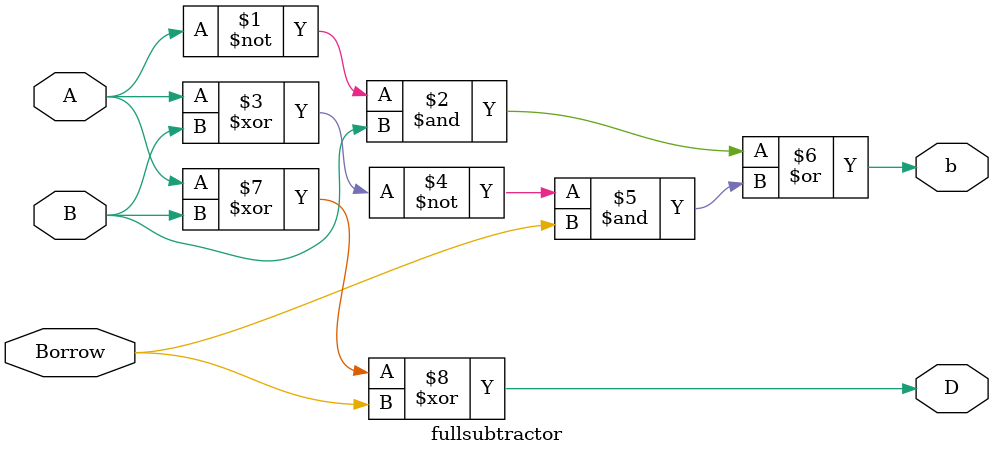
<source format=v>
`timescale 1ns / 1ps

module fullsubtractor(
  input A, B, Borrow,
  output b, D
);

assign b = ((~A)&B)|((~(A^B))&Borrow);
assign D = A^B^Borrow;

endmodule
</source>
